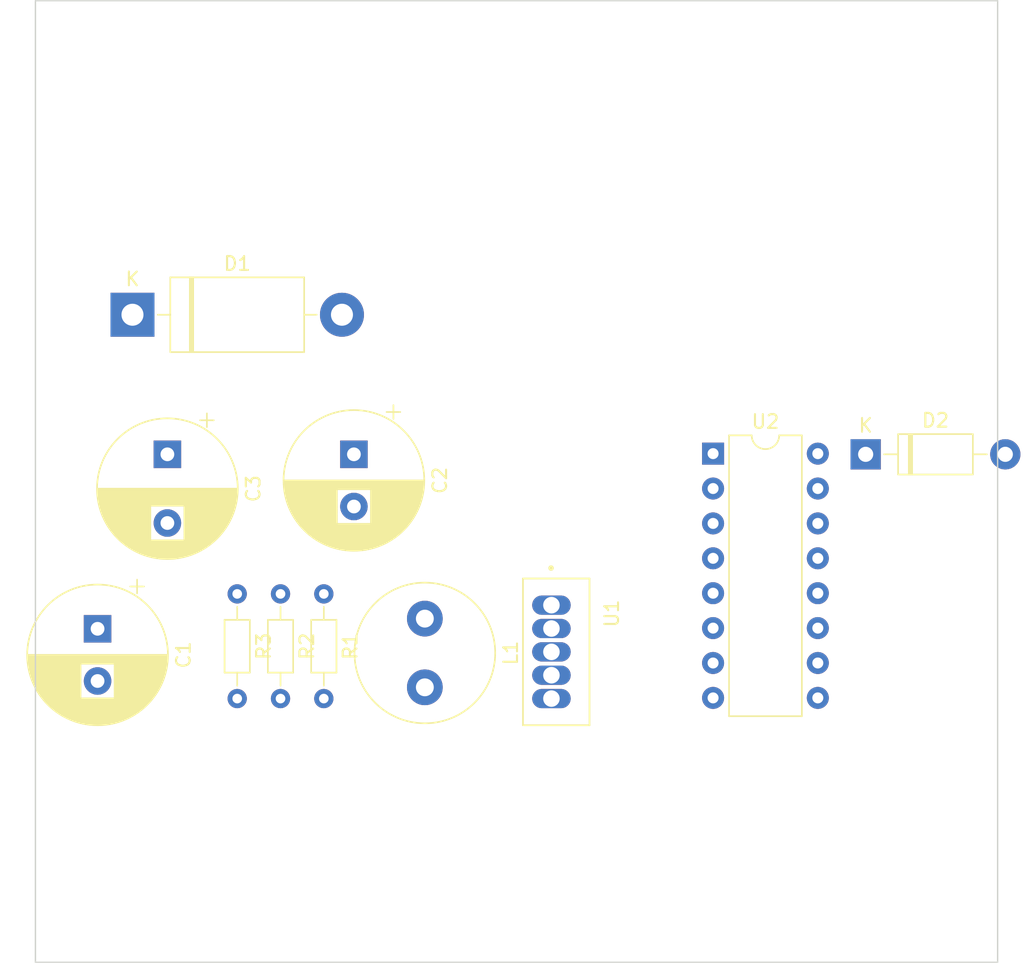
<source format=kicad_pcb>
(kicad_pcb (version 20221018) (generator pcbnew)
  (layers (0 "F.Cu" signal) (31 "B.Cu" signal) (34 "B.Paste" user) (35 "F.Paste" user) (36 "B.SilkS" user "B.Silkscreen") (37 "F.SilkS" user "F.Silkscreen") (38 "B.Mask" user) (39 "F.Mask" user) (44 "Edge.Cuts" user))
  (net 0 "")
  (net 1 "+12V")
  (net 2 "Net-(D1-A)")
  (net 3 "Net-(C1-Pad1)")
  (net 4 "+5V")
  (net 5 "Net-(U1-FEEDBACK)")
  (net 6 "Net-(U1-COMP)")
  (net 7 "gpio gnd")
  (net 8 "JST_CNT")
  (net 9 "JST")
  (net 10 "GPIO_EN")
  (net 11 "GPI01")
  (net 12 "GPIO2")
  (footprint "Inductor_THT:L_Radial_D10.0mm_P5.00mm_Fastron_07M" (layer "F.Cu") (at 145.73 83.08 -90)
    (fp_text reference "L1" (at 2.5 -6.25 90) (layer "F.SilkS"))
    (fp_text value "100u")
    (pad "1" thru_hole circle (at 0 0 270) (size 2.6 2.6) (drill 1.3) (layers "*.Cu" "*.Mask") (net 4 "+5V"))
    (pad "2" thru_hole circle (at 5 0 270) (size 2.6 2.6) (drill 1.3) (layers "*.Cu" "*.Mask") (net 2 "Net-(D1-A)"))
  )
  (footprint "Capacitor_THT:CP_Radial_D10.0mm_P3.80mm" (layer "F.Cu") (at 140.57 71.12 -90)
    (fp_text reference "C2" (at 1.9 -6.25 90) (layer "F.SilkS"))
    (fp_text value "0.1u")
    (pad "1" thru_hole rect (at 0 0 270) (size 2 2) (drill 1) (layers "*.Cu" "*.Mask") (net 4 "+5V"))
    (pad "2" thru_hole circle (at 3.8 0 270) (size 2 2) (drill 1) (layers "*.Cu" "*.Mask") (net 7 "gpio gnd"))
  )
  (footprint "Diode_THT:D_DO-201AD_P15.24mm_Horizontal" (layer "F.Cu") (at 124.46 60.96)
    (fp_text reference "D1" (at 7.62 -3.72) (layer "F.SilkS"))
    (fp_text value "1N5821")
    (fp_text user "K" (at 0 -2.6) (layer "F.SilkS"))
    (pad "1" thru_hole rect (at 0 0) (size 3.2 3.2) (drill 1.6) (layers "*.Cu" "*.Mask") (net 1 "+12V"))
    (pad "2" thru_hole oval (at 15.24 0) (size 3.2 3.2) (drill 1.6) (layers "*.Cu" "*.Mask") (net 2 "Net-(D1-A)"))
  )
  (footprint "Diode_THT:D_DO-41_SOD81_P10.16mm_Horizontal" (layer "F.Cu") (at 177.8 71.12)
    (fp_text reference "D2" (at 5.08 -2.47) (layer "F.SilkS"))
    (fp_text value "1N4001")
    (fp_text user "K" (at 0 -2.1) (layer "F.SilkS"))
    (pad "1" thru_hole rect (at 0 0) (size 2.2 2.2) (drill 1.1) (layers "*.Cu" "*.Mask") (net 8 "JST_CNT"))
    (pad "2" thru_hole oval (at 10.16 0) (size 2.2 2.2) (drill 1.1) (layers "*.Cu" "*.Mask") (net 9 "JST"))
  )
  (footprint "Capacitor_THT:CP_Radial_D10.0mm_P3.80mm" (layer "F.Cu") (at 121.92 83.82 -90)
    (fp_text reference "C1" (at 1.9 -6.25 90) (layer "F.SilkS"))
    (fp_text value "0.33u")
    (pad "1" thru_hole rect (at 0 0 270) (size 2 2) (drill 1) (layers "*.Cu" "*.Mask") (net 3 "Net-(C1-Pad1)"))
    (pad "2" thru_hole circle (at 3.8 0 270) (size 2 2) (drill 1) (layers "*.Cu" "*.Mask") (net 7 "gpio gnd"))
  )
  (footprint "Resistor_THT:R_Axial_DIN0204_L3.6mm_D1.6mm_P7.62mm_Horizontal" (layer "F.Cu") (at 132.08 81.28 -90)
    (fp_text reference "R3" (at 3.81 -1.92 90) (layer "F.SilkS"))
    (fp_text value "2.2k")
    (pad "1" thru_hole circle (at 0 0 270) (size 1.4 1.4) (drill 0.7) (layers "*.Cu" "*.Mask") (net 6 "Net-(U1-COMP)"))
    (pad "2" thru_hole oval (at 7.62 0 270) (size 1.4 1.4) (drill 0.7) (layers "*.Cu" "*.Mask") (net 3 "Net-(C1-Pad1)"))
  )
  (footprint "Capacitor_THT:CP_Radial_D10.0mm_P5.00mm" (layer "F.Cu") (at 127 71.12 -90)
    (fp_text reference "C3" (at 2.5 -6.25 90) (layer "F.SilkS"))
    (fp_text value "680u")
    (pad "1" thru_hole rect (at 0 0 270) (size 2 2) (drill 1) (layers "*.Cu" "*.Mask") (net 1 "+12V"))
    (pad "2" thru_hole circle (at 5 0 270) (size 2 2) (drill 1) (layers "*.Cu" "*.Mask") (net 7 "gpio gnd"))
  )
  (footprint "Kicad:VREG_LM2577T-ADJ_NOPB" (layer "F.Cu") (at 154.94 82.1 -90)
    (fp_text reference "U1" (at 0.60563 -4.38938 90) (layer "F.SilkS"))
    (fp_text value "LM2577T-ADJ_NOPB")
    (pad "1" thru_hole oval (at 0 0 270) (size 1.4 2.8) (drill 1.2) (layers "*.Cu" "*.Mask") (net 6 "Net-(U1-COMP)"))
    (pad "2" thru_hole oval (at 1.7 0 270) (size 1.4 2.8) (drill 1.2) (layers "*.Cu" "*.Mask") (net 5 "Net-(U1-FEEDBACK)"))
    (pad "3" thru_hole oval (at 3.4 0 270) (size 1.4 2.8) (drill 1.2) (layers "*.Cu" "*.Mask") (net 7 "gpio gnd"))
    (pad "4" thru_hole oval (at 5.1 0 270) (size 1.4 2.8) (drill 1.2) (layers "*.Cu" "*.Mask") (net 2 "Net-(D1-A)"))
    (pad "5" thru_hole oval (at 6.8 0 270) (size 1.4 2.8) (drill 1.2) (layers "*.Cu" "*.Mask") (net 4 "+5V"))
  )
  (footprint "Resistor_THT:R_Axial_DIN0204_L3.6mm_D1.6mm_P7.62mm_Horizontal" (layer "F.Cu") (at 138.38 81.28 -90)
    (fp_text reference "R1" (at 3.81 -1.92 90) (layer "F.SilkS"))
    (fp_text value "17.4k")
    (pad "1" thru_hole circle (at 0 0 270) (size 1.4 1.4) (drill 0.7) (layers "*.Cu" "*.Mask") (net 1 "+12V"))
    (pad "2" thru_hole oval (at 7.62 0 270) (size 1.4 1.4) (drill 0.7) (layers "*.Cu" "*.Mask") (net 5 "Net-(U1-FEEDBACK)"))
  )
  (footprint "Resistor_THT:R_Axial_DIN0204_L3.6mm_D1.6mm_P7.62mm_Horizontal" (layer "F.Cu") (at 135.23 81.28 -90)
    (fp_text reference "R2" (at 3.81 -1.92 90) (layer "F.SilkS"))
    (fp_text value "2k")
    (pad "1" thru_hole circle (at 0 0 270) (size 1.4 1.4) (drill 0.7) (layers "*.Cu" "*.Mask") (net 5 "Net-(U1-FEEDBACK)"))
    (pad "2" thru_hole oval (at 7.62 0 270) (size 1.4 1.4) (drill 0.7) (layers "*.Cu" "*.Mask") (net 7 "gpio gnd"))
  )
  (footprint "Package_DIP:DIP-16_W7.62mm" (layer "F.Cu") (at 166.7 71.07)
    (fp_text reference "U2" (at 3.81 -2.33) (layer "F.SilkS"))
    (fp_text value "L293D")
    (pad "1" thru_hole rect (at 0 0) (size 1.6 1.6) (drill 0.8) (layers "*.Cu" "*.Mask") (net 10 "GPIO_EN"))
    (pad "2" thru_hole oval (at 0 2.54) (size 1.6 1.6) (drill 0.8) (layers "*.Cu" "*.Mask") (net 11 "GPI01"))
    (pad "3" thru_hole oval (at 0 5.08) (size 1.6 1.6) (drill 0.8) (layers "*.Cu" "*.Mask") (net 9 "JST"))
    (pad "4" thru_hole oval (at 0 7.62) (size 1.6 1.6) (drill 0.8) (layers "*.Cu" "*.Mask") (net 7 "gpio gnd"))
    (pad "5" thru_hole oval (at 0 10.16) (size 1.6 1.6) (drill 0.8) (layers "*.Cu" "*.Mask") (net 7 "gpio gnd"))
    (pad "6" thru_hole oval (at 0 12.7) (size 1.6 1.6) (drill 0.8) (layers "*.Cu" "*.Mask") (net 8 "JST_CNT"))
    (pad "7" thru_hole oval (at 0 15.24) (size 1.6 1.6) (drill 0.8) (layers "*.Cu" "*.Mask") (net 12 "GPIO2"))
    (pad "8" thru_hole oval (at 0 17.78) (size 1.6 1.6) (drill 0.8) (layers "*.Cu" "*.Mask") (net 1 "+12V"))
    (pad "9" thru_hole oval (at 7.62 17.78) (size 1.6 1.6) (drill 0.8) (layers "*.Cu" "*.Mask") (net 7 "gpio gnd"))
    (pad "10" thru_hole oval (at 7.62 15.24) (size 1.6 1.6) (drill 0.8) (layers "*.Cu" "*.Mask") (net 7 "gpio gnd"))
    (pad "11" thru_hole oval (at 7.62 12.7) (size 1.6 1.6) (drill 0.8) (layers "*.Cu" "*.Mask") (net 7 "gpio gnd"))
    (pad "12" thru_hole oval (at 7.62 10.16) (size 1.6 1.6) (drill 0.8) (layers "*.Cu" "*.Mask") (net 7 "gpio gnd"))
    (pad "13" thru_hole oval (at 7.62 7.62) (size 1.6 1.6) (drill 0.8) (layers "*.Cu" "*.Mask") (net 7 "gpio gnd"))
    (pad "14" thru_hole oval (at 7.62 5.08) (size 1.6 1.6) (drill 0.8) (layers "*.Cu" "*.Mask") (net 7 "gpio gnd"))
    (pad "15" thru_hole oval (at 7.62 2.54) (size 1.6 1.6) (drill 0.8) (layers "*.Cu" "*.Mask"))
    (pad "16" thru_hole oval (at 7.62 0) (size 1.6 1.6) (drill 0.8) (layers "*.Cu" "*.Mask") (net 1 "+12V"))
  )
  (gr_rect (start 117.4 38.1) (end 187.4 108.1) (stroke (width 0.1)) (fill none) (layer "Edge.Cuts"))
)
</source>
